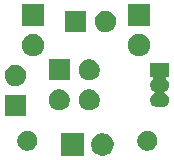
<source format=gbs>
G04 #@! TF.GenerationSoftware,KiCad,Pcbnew,5.1.5+dfsg1-2build2*
G04 #@! TF.CreationDate,2022-04-03T20:03:19+02:00*
G04 #@! TF.ProjectId,rincePile,72696e63-6550-4696-9c65-2e6b69636164,rev?*
G04 #@! TF.SameCoordinates,Original*
G04 #@! TF.FileFunction,Soldermask,Bot*
G04 #@! TF.FilePolarity,Negative*
%FSLAX46Y46*%
G04 Gerber Fmt 4.6, Leading zero omitted, Abs format (unit mm)*
G04 Created by KiCad (PCBNEW 5.1.5+dfsg1-2build2) date 2022-04-03 20:03:19*
%MOMM*%
%LPD*%
G04 APERTURE LIST*
%ADD10C,0.100000*%
G04 APERTURE END LIST*
D10*
G36*
X105687395Y13106454D02*
G01*
X105860466Y13034766D01*
X105860467Y13034765D01*
X106016227Y12930690D01*
X106148690Y12798227D01*
X106148691Y12798225D01*
X106252766Y12642466D01*
X106324454Y12469395D01*
X106361000Y12285667D01*
X106361000Y12098333D01*
X106324454Y11914605D01*
X106252766Y11741534D01*
X106252765Y11741533D01*
X106148690Y11585773D01*
X106016227Y11453310D01*
X105937818Y11400919D01*
X105860466Y11349234D01*
X105687395Y11277546D01*
X105503667Y11241000D01*
X105316333Y11241000D01*
X105132605Y11277546D01*
X104959534Y11349234D01*
X104882182Y11400919D01*
X104803773Y11453310D01*
X104671310Y11585773D01*
X104567235Y11741533D01*
X104567234Y11741534D01*
X104495546Y11914605D01*
X104459000Y12098333D01*
X104459000Y12285667D01*
X104495546Y12469395D01*
X104567234Y12642466D01*
X104671309Y12798225D01*
X104671310Y12798227D01*
X104803773Y12930690D01*
X104959533Y13034765D01*
X104959534Y13034766D01*
X105132605Y13106454D01*
X105316333Y13143000D01*
X105503667Y13143000D01*
X105687395Y13106454D01*
G37*
G36*
X103821000Y11241000D02*
G01*
X101919000Y11241000D01*
X101919000Y13143000D01*
X103821000Y13143000D01*
X103821000Y11241000D01*
G37*
G36*
X109468228Y13318297D02*
G01*
X109623100Y13254147D01*
X109762481Y13161015D01*
X109881015Y13042481D01*
X109974147Y12903100D01*
X110038297Y12748228D01*
X110071000Y12583816D01*
X110071000Y12416184D01*
X110038297Y12251772D01*
X109974147Y12096900D01*
X109881015Y11957519D01*
X109762481Y11838985D01*
X109623100Y11745853D01*
X109468228Y11681703D01*
X109303816Y11649000D01*
X109136184Y11649000D01*
X108971772Y11681703D01*
X108816900Y11745853D01*
X108677519Y11838985D01*
X108558985Y11957519D01*
X108465853Y12096900D01*
X108401703Y12251772D01*
X108369000Y12416184D01*
X108369000Y12583816D01*
X108401703Y12748228D01*
X108465853Y12903100D01*
X108558985Y13042481D01*
X108677519Y13161015D01*
X108816900Y13254147D01*
X108971772Y13318297D01*
X109136184Y13351000D01*
X109303816Y13351000D01*
X109468228Y13318297D01*
G37*
G36*
X99308228Y13318297D02*
G01*
X99463100Y13254147D01*
X99602481Y13161015D01*
X99721015Y13042481D01*
X99814147Y12903100D01*
X99878297Y12748228D01*
X99911000Y12583816D01*
X99911000Y12416184D01*
X99878297Y12251772D01*
X99814147Y12096900D01*
X99721015Y11957519D01*
X99602481Y11838985D01*
X99463100Y11745853D01*
X99308228Y11681703D01*
X99143816Y11649000D01*
X98976184Y11649000D01*
X98811772Y11681703D01*
X98656900Y11745853D01*
X98517519Y11838985D01*
X98398985Y11957519D01*
X98305853Y12096900D01*
X98241703Y12251772D01*
X98209000Y12416184D01*
X98209000Y12583816D01*
X98241703Y12748228D01*
X98305853Y12903100D01*
X98398985Y13042481D01*
X98517519Y13161015D01*
X98656900Y13254147D01*
X98811772Y13318297D01*
X98976184Y13351000D01*
X99143816Y13351000D01*
X99308228Y13318297D01*
G37*
G36*
X98945000Y14593000D02*
G01*
X97143000Y14593000D01*
X97143000Y16395000D01*
X98945000Y16395000D01*
X98945000Y14593000D01*
G37*
G36*
X101863512Y16856073D02*
G01*
X102012812Y16826376D01*
X102176784Y16758456D01*
X102324354Y16659853D01*
X102449853Y16534354D01*
X102548456Y16386784D01*
X102616376Y16222812D01*
X102651000Y16048741D01*
X102651000Y15871259D01*
X102616376Y15697188D01*
X102548456Y15533216D01*
X102449853Y15385646D01*
X102324354Y15260147D01*
X102176784Y15161544D01*
X102012812Y15093624D01*
X101863512Y15063927D01*
X101838742Y15059000D01*
X101661258Y15059000D01*
X101636488Y15063927D01*
X101487188Y15093624D01*
X101323216Y15161544D01*
X101175646Y15260147D01*
X101050147Y15385646D01*
X100951544Y15533216D01*
X100883624Y15697188D01*
X100849000Y15871259D01*
X100849000Y16048741D01*
X100883624Y16222812D01*
X100951544Y16386784D01*
X101050147Y16534354D01*
X101175646Y16659853D01*
X101323216Y16758456D01*
X101487188Y16826376D01*
X101636488Y16856073D01*
X101661258Y16861000D01*
X101838742Y16861000D01*
X101863512Y16856073D01*
G37*
G36*
X104403512Y16856073D02*
G01*
X104552812Y16826376D01*
X104716784Y16758456D01*
X104864354Y16659853D01*
X104989853Y16534354D01*
X105088456Y16386784D01*
X105156376Y16222812D01*
X105191000Y16048741D01*
X105191000Y15871259D01*
X105156376Y15697188D01*
X105088456Y15533216D01*
X104989853Y15385646D01*
X104864354Y15260147D01*
X104716784Y15161544D01*
X104552812Y15093624D01*
X104403512Y15063927D01*
X104378742Y15059000D01*
X104201258Y15059000D01*
X104176488Y15063927D01*
X104027188Y15093624D01*
X103863216Y15161544D01*
X103715646Y15260147D01*
X103590147Y15385646D01*
X103491544Y15533216D01*
X103423624Y15697188D01*
X103389000Y15871259D01*
X103389000Y16048741D01*
X103423624Y16222812D01*
X103491544Y16386784D01*
X103590147Y16534354D01*
X103715646Y16659853D01*
X103863216Y16758456D01*
X104027188Y16826376D01*
X104176488Y16856073D01*
X104201258Y16861000D01*
X104378742Y16861000D01*
X104403512Y16856073D01*
G37*
G36*
X111051000Y17924000D02*
G01*
X110886660Y17924000D01*
X110862274Y17921598D01*
X110838825Y17914485D01*
X110817214Y17902934D01*
X110798272Y17887389D01*
X110782727Y17868447D01*
X110771176Y17846836D01*
X110764063Y17823387D01*
X110761661Y17799001D01*
X110764063Y17774615D01*
X110771176Y17751166D01*
X110782727Y17729555D01*
X110798272Y17710613D01*
X110807345Y17702391D01*
X110884264Y17639264D01*
X110956244Y17551557D01*
X110990429Y17487601D01*
X111009728Y17451495D01*
X111009729Y17451492D01*
X111042666Y17342916D01*
X111053787Y17230000D01*
X111042666Y17117084D01*
X111009729Y17008508D01*
X111009728Y17008505D01*
X110990429Y16972399D01*
X110956244Y16908443D01*
X110884264Y16820736D01*
X110796557Y16748756D01*
X110715141Y16705239D01*
X110694766Y16691625D01*
X110677439Y16674298D01*
X110663826Y16653924D01*
X110654448Y16631285D01*
X110649668Y16607252D01*
X110649668Y16582748D01*
X110654448Y16558715D01*
X110663826Y16536076D01*
X110677440Y16515701D01*
X110694767Y16498374D01*
X110715141Y16484761D01*
X110796557Y16441244D01*
X110884264Y16369264D01*
X110956244Y16281557D01*
X110987643Y16222812D01*
X111009728Y16181495D01*
X111009729Y16181492D01*
X111042666Y16072916D01*
X111053787Y15960000D01*
X111042666Y15847084D01*
X111009729Y15738508D01*
X111009728Y15738505D01*
X110990429Y15702399D01*
X110956244Y15638443D01*
X110884264Y15550736D01*
X110796557Y15478756D01*
X110732601Y15444571D01*
X110696495Y15425272D01*
X110696492Y15425271D01*
X110587916Y15392334D01*
X110503298Y15384000D01*
X109996702Y15384000D01*
X109912084Y15392334D01*
X109803508Y15425271D01*
X109803505Y15425272D01*
X109767399Y15444571D01*
X109703443Y15478756D01*
X109615736Y15550736D01*
X109543756Y15638443D01*
X109509571Y15702399D01*
X109490272Y15738505D01*
X109490271Y15738508D01*
X109457334Y15847084D01*
X109446213Y15960000D01*
X109457334Y16072916D01*
X109490271Y16181492D01*
X109490272Y16181495D01*
X109512357Y16222812D01*
X109543756Y16281557D01*
X109615736Y16369264D01*
X109703443Y16441244D01*
X109784859Y16484761D01*
X109805234Y16498375D01*
X109822561Y16515702D01*
X109836174Y16536076D01*
X109845552Y16558715D01*
X109850332Y16582748D01*
X109850332Y16607252D01*
X109845552Y16631285D01*
X109836174Y16653924D01*
X109822560Y16674299D01*
X109805233Y16691626D01*
X109784859Y16705239D01*
X109703443Y16748756D01*
X109615736Y16820736D01*
X109543756Y16908443D01*
X109509571Y16972399D01*
X109490272Y17008505D01*
X109490271Y17008508D01*
X109457334Y17117084D01*
X109446213Y17230000D01*
X109457334Y17342916D01*
X109490271Y17451492D01*
X109490272Y17451495D01*
X109509571Y17487601D01*
X109543756Y17551557D01*
X109615736Y17639264D01*
X109692646Y17702383D01*
X109709965Y17719702D01*
X109723579Y17740077D01*
X109732957Y17762716D01*
X109737737Y17786749D01*
X109737737Y17811253D01*
X109732957Y17835286D01*
X109723579Y17857925D01*
X109709966Y17878299D01*
X109692639Y17895626D01*
X109672264Y17909240D01*
X109649625Y17918618D01*
X109625592Y17923398D01*
X109613340Y17924000D01*
X109449000Y17924000D01*
X109449000Y19076000D01*
X111051000Y19076000D01*
X111051000Y17924000D01*
G37*
G36*
X98157512Y18930073D02*
G01*
X98306812Y18900376D01*
X98470784Y18832456D01*
X98618354Y18733853D01*
X98743853Y18608354D01*
X98842456Y18460784D01*
X98910376Y18296812D01*
X98945000Y18122741D01*
X98945000Y17945259D01*
X98910376Y17771188D01*
X98842456Y17607216D01*
X98743853Y17459646D01*
X98618354Y17334147D01*
X98470784Y17235544D01*
X98306812Y17167624D01*
X98157512Y17137927D01*
X98132742Y17133000D01*
X97955258Y17133000D01*
X97930488Y17137927D01*
X97781188Y17167624D01*
X97617216Y17235544D01*
X97469646Y17334147D01*
X97344147Y17459646D01*
X97245544Y17607216D01*
X97177624Y17771188D01*
X97143000Y17945259D01*
X97143000Y18122741D01*
X97177624Y18296812D01*
X97245544Y18460784D01*
X97344147Y18608354D01*
X97469646Y18733853D01*
X97617216Y18832456D01*
X97781188Y18900376D01*
X97930488Y18930073D01*
X97955258Y18935000D01*
X98132742Y18935000D01*
X98157512Y18930073D01*
G37*
G36*
X102651000Y17599000D02*
G01*
X100849000Y17599000D01*
X100849000Y19401000D01*
X102651000Y19401000D01*
X102651000Y17599000D01*
G37*
G36*
X104403512Y19396073D02*
G01*
X104552812Y19366376D01*
X104716784Y19298456D01*
X104864354Y19199853D01*
X104989853Y19074354D01*
X105088456Y18926784D01*
X105156376Y18762812D01*
X105191000Y18588741D01*
X105191000Y18411259D01*
X105156376Y18237188D01*
X105088456Y18073216D01*
X104989853Y17925646D01*
X104864354Y17800147D01*
X104716784Y17701544D01*
X104552812Y17633624D01*
X104403512Y17603927D01*
X104378742Y17599000D01*
X104201258Y17599000D01*
X104176488Y17603927D01*
X104027188Y17633624D01*
X103863216Y17701544D01*
X103715646Y17800147D01*
X103590147Y17925646D01*
X103491544Y18073216D01*
X103423624Y18237188D01*
X103389000Y18411259D01*
X103389000Y18588741D01*
X103423624Y18762812D01*
X103491544Y18926784D01*
X103590147Y19074354D01*
X103715646Y19199853D01*
X103863216Y19298456D01*
X104027188Y19366376D01*
X104176488Y19396073D01*
X104201258Y19401000D01*
X104378742Y19401000D01*
X104403512Y19396073D01*
G37*
G36*
X108783074Y21506095D02*
G01*
X108956145Y21434407D01*
X108956146Y21434406D01*
X109111906Y21330331D01*
X109244369Y21197868D01*
X109244370Y21197866D01*
X109348445Y21042107D01*
X109420133Y20869036D01*
X109456679Y20685308D01*
X109456679Y20497974D01*
X109420133Y20314246D01*
X109348445Y20141175D01*
X109348444Y20141174D01*
X109244369Y19985414D01*
X109111906Y19852951D01*
X109033497Y19800560D01*
X108956145Y19748875D01*
X108783074Y19677187D01*
X108599346Y19640641D01*
X108412012Y19640641D01*
X108228284Y19677187D01*
X108055213Y19748875D01*
X107977861Y19800560D01*
X107899452Y19852951D01*
X107766989Y19985414D01*
X107662914Y20141174D01*
X107662913Y20141175D01*
X107591225Y20314246D01*
X107554679Y20497974D01*
X107554679Y20685308D01*
X107591225Y20869036D01*
X107662913Y21042107D01*
X107766988Y21197866D01*
X107766989Y21197868D01*
X107899452Y21330331D01*
X108055212Y21434406D01*
X108055213Y21434407D01*
X108228284Y21506095D01*
X108412012Y21542641D01*
X108599346Y21542641D01*
X108783074Y21506095D01*
G37*
G36*
X99812443Y21510147D02*
G01*
X99985514Y21438459D01*
X100062866Y21386774D01*
X100141275Y21334383D01*
X100273738Y21201920D01*
X100326129Y21123511D01*
X100377814Y21046159D01*
X100449502Y20873088D01*
X100486048Y20689360D01*
X100486048Y20502026D01*
X100449502Y20318298D01*
X100377814Y20145227D01*
X100375106Y20141174D01*
X100273738Y19989466D01*
X100141275Y19857003D01*
X100135209Y19852950D01*
X99985514Y19752927D01*
X99812443Y19681239D01*
X99628715Y19644693D01*
X99441381Y19644693D01*
X99257653Y19681239D01*
X99084582Y19752927D01*
X98934887Y19852950D01*
X98928821Y19857003D01*
X98796358Y19989466D01*
X98694990Y20141174D01*
X98692282Y20145227D01*
X98620594Y20318298D01*
X98584048Y20502026D01*
X98584048Y20689360D01*
X98620594Y20873088D01*
X98692282Y21046159D01*
X98743967Y21123511D01*
X98796358Y21201920D01*
X98928821Y21334383D01*
X99007230Y21386774D01*
X99084582Y21438459D01*
X99257653Y21510147D01*
X99441381Y21546693D01*
X99628715Y21546693D01*
X99812443Y21510147D01*
G37*
G36*
X104025000Y21705000D02*
G01*
X102223000Y21705000D01*
X102223000Y23507000D01*
X104025000Y23507000D01*
X104025000Y21705000D01*
G37*
G36*
X105777512Y23502073D02*
G01*
X105926812Y23472376D01*
X106090784Y23404456D01*
X106238354Y23305853D01*
X106363853Y23180354D01*
X106462456Y23032784D01*
X106530376Y22868812D01*
X106565000Y22694741D01*
X106565000Y22517259D01*
X106530376Y22343188D01*
X106462456Y22179216D01*
X106363853Y22031646D01*
X106238354Y21906147D01*
X106090784Y21807544D01*
X105926812Y21739624D01*
X105777512Y21709927D01*
X105752742Y21705000D01*
X105575258Y21705000D01*
X105550488Y21709927D01*
X105401188Y21739624D01*
X105237216Y21807544D01*
X105089646Y21906147D01*
X104964147Y22031646D01*
X104865544Y22179216D01*
X104797624Y22343188D01*
X104763000Y22517259D01*
X104763000Y22694741D01*
X104797624Y22868812D01*
X104865544Y23032784D01*
X104964147Y23180354D01*
X105089646Y23305853D01*
X105237216Y23404456D01*
X105401188Y23472376D01*
X105550488Y23502073D01*
X105575258Y23507000D01*
X105752742Y23507000D01*
X105777512Y23502073D01*
G37*
G36*
X109456679Y22180641D02*
G01*
X107554679Y22180641D01*
X107554679Y24082641D01*
X109456679Y24082641D01*
X109456679Y22180641D01*
G37*
G36*
X100486048Y22184693D02*
G01*
X98584048Y22184693D01*
X98584048Y24086693D01*
X100486048Y24086693D01*
X100486048Y22184693D01*
G37*
M02*

</source>
